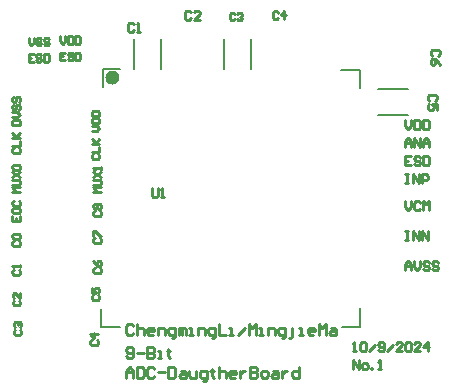
<source format=gto>
G04*
G04 #@! TF.GenerationSoftware,Altium Limited,Altium Designer,22.7.1 (60)*
G04*
G04 Layer_Color=65535*
%FSLAX44Y44*%
%MOMM*%
G71*
G04*
G04 #@! TF.SameCoordinates,A4F2FA5D-D4EF-4288-9AD8-153C25E8CDF2*
G04*
G04*
G04 #@! TF.FilePolarity,Positive*
G04*
G01*
G75*
%ADD10C,1.1430*%
%ADD11C,0.2032*%
%ADD12C,0.2000*%
%ADD13C,0.2540*%
D10*
X92456Y262128D02*
G03*
X92456Y262128I-254J0D01*
G01*
D11*
X83090Y51308D02*
X98774D01*
X83026Y51371D02*
Y66484D01*
X302006Y51308D02*
Y67056D01*
X286829Y51308D02*
X302006D01*
X286258Y268732D02*
X301943D01*
X302006Y253556D02*
Y268668D01*
X84074Y253746D02*
Y269431D01*
X84137Y269494D02*
X99250D01*
D12*
X317619Y252550D02*
X342781D01*
X317619Y230050D02*
X342781D01*
X110670Y269359D02*
Y294521D01*
X133170Y269359D02*
Y294521D01*
X186870Y269359D02*
Y294521D01*
X209370Y269359D02*
Y294521D01*
D13*
X75990Y197272D02*
X74932Y196214D01*
Y194098D01*
X75990Y193040D01*
X80222D01*
X81280Y194098D01*
Y196214D01*
X80222Y197272D01*
X74932Y199388D02*
X81280D01*
Y203620D01*
X74932Y205736D02*
X81280D01*
X79164D01*
X74932Y209968D01*
X78106Y206794D01*
X81280Y209968D01*
X21590Y295651D02*
Y291420D01*
X23706Y289303D01*
X25822Y291420D01*
Y295651D01*
X32170Y294594D02*
X31112Y295651D01*
X28996D01*
X27938Y294594D01*
Y293535D01*
X28996Y292477D01*
X31112D01*
X32170Y291420D01*
Y290361D01*
X31112Y289303D01*
X28996D01*
X27938Y290361D01*
X38518Y294594D02*
X37460Y295651D01*
X35344D01*
X34286Y294594D01*
Y293535D01*
X35344Y292477D01*
X37460D01*
X38518Y291420D01*
Y290361D01*
X37460Y289303D01*
X35344D01*
X34286Y290361D01*
X25822Y281938D02*
X21590D01*
Y275590D01*
X25822D01*
X21590Y278764D02*
X23706D01*
X32170Y280880D02*
X31112Y281938D01*
X28996D01*
X27938Y280880D01*
Y279822D01*
X28996Y278764D01*
X31112D01*
X32170Y277706D01*
Y276648D01*
X31112Y275590D01*
X28996D01*
X27938Y276648D01*
X34286Y281938D02*
Y275590D01*
X37460D01*
X38518Y276648D01*
Y280880D01*
X37460Y281938D01*
X34286D01*
X75990Y77892D02*
X74932Y76834D01*
Y74718D01*
X75990Y73660D01*
X80222D01*
X81280Y74718D01*
Y76834D01*
X80222Y77892D01*
X74932Y84240D02*
Y80008D01*
X78106D01*
X77048Y82124D01*
Y83182D01*
X78106Y84240D01*
X80222D01*
X81280Y83182D01*
Y81066D01*
X80222Y80008D01*
X7622Y145202D02*
Y140970D01*
X13970D01*
Y145202D01*
X10796Y140970D02*
Y143086D01*
X7622Y150492D02*
Y148376D01*
X8680Y147318D01*
X12912D01*
X13970Y148376D01*
Y150492D01*
X12912Y151550D01*
X8680D01*
X7622Y150492D01*
X8680Y157898D02*
X7622Y156840D01*
Y154724D01*
X8680Y153666D01*
X12912D01*
X13970Y154724D01*
Y156840D01*
X12912Y157898D01*
X82550Y165100D02*
X76202D01*
X78318Y167216D01*
X76202Y169332D01*
X82550D01*
X76202Y171448D02*
X81492D01*
X82550Y172506D01*
Y174622D01*
X81492Y175680D01*
X76202D01*
Y177796D02*
X82550Y182028D01*
X76202D02*
X82550Y177796D01*
Y184144D02*
Y186260D01*
Y185202D01*
X76202D01*
X77260Y184144D01*
X340360Y132078D02*
X342899D01*
X341630D01*
Y124460D01*
X340360D01*
X342899D01*
X346708D02*
Y132078D01*
X351786Y124460D01*
Y132078D01*
X354325Y124460D02*
Y132078D01*
X359404Y124460D01*
Y132078D01*
X7622Y222250D02*
X13970D01*
Y225424D01*
X12912Y226482D01*
X8680D01*
X7622Y225424D01*
Y222250D01*
Y228598D02*
X11854D01*
X13970Y230714D01*
X11854Y232830D01*
X7622D01*
X8680Y239178D02*
X7622Y238120D01*
Y236004D01*
X8680Y234946D01*
X9738D01*
X10796Y236004D01*
Y238120D01*
X11854Y239178D01*
X12912D01*
X13970Y238120D01*
Y236004D01*
X12912Y234946D01*
X8680Y245526D02*
X7622Y244468D01*
Y242352D01*
X8680Y241294D01*
X9738D01*
X10796Y242352D01*
Y244468D01*
X11854Y245526D01*
X12912D01*
X13970Y244468D01*
Y242352D01*
X12912Y241294D01*
X77260Y100752D02*
X76202Y99694D01*
Y97578D01*
X77260Y96520D01*
X81492D01*
X82550Y97578D01*
Y99694D01*
X81492Y100752D01*
X76202Y107100D02*
X77260Y104984D01*
X79376Y102868D01*
X81492D01*
X82550Y103926D01*
Y106042D01*
X81492Y107100D01*
X80434D01*
X79376Y106042D01*
Y102868D01*
X340360Y157478D02*
Y152399D01*
X342899Y149860D01*
X345438Y152399D01*
Y157478D01*
X353056Y156208D02*
X351786Y157478D01*
X349247D01*
X347977Y156208D01*
Y151130D01*
X349247Y149860D01*
X351786D01*
X353056Y151130D01*
X355595Y149860D02*
Y157478D01*
X358134Y154938D01*
X360673Y157478D01*
Y149860D01*
X8680Y99482D02*
X7622Y98424D01*
Y96308D01*
X8680Y95250D01*
X12912D01*
X13970Y96308D01*
Y98424D01*
X12912Y99482D01*
X13970Y101598D02*
Y103714D01*
Y102656D01*
X7622D01*
X8680Y101598D01*
X110065Y51932D02*
X108584Y53413D01*
X105621D01*
X104140Y51932D01*
Y46007D01*
X105621Y44526D01*
X108584D01*
X110065Y46007D01*
X113027Y53413D02*
Y44526D01*
Y48969D01*
X114508Y50451D01*
X117471D01*
X118952Y48969D01*
Y44526D01*
X126358D02*
X123395D01*
X121914Y46007D01*
Y48969D01*
X123395Y50451D01*
X126358D01*
X127839Y48969D01*
Y47488D01*
X121914D01*
X130801Y44526D02*
Y50451D01*
X135245D01*
X136726Y48969D01*
Y44526D01*
X142651Y41564D02*
X144132D01*
X145613Y43045D01*
Y50451D01*
X141170D01*
X139689Y48969D01*
Y46007D01*
X141170Y44526D01*
X145613D01*
X148576D02*
Y50451D01*
X150057D01*
X151538Y48969D01*
Y44526D01*
Y48969D01*
X153019Y50451D01*
X154500Y48969D01*
Y44526D01*
X157463D02*
X160425D01*
X158944D01*
Y50451D01*
X157463D01*
X164869Y44526D02*
Y50451D01*
X169312D01*
X170793Y48969D01*
Y44526D01*
X176718Y41564D02*
X178199D01*
X179681Y43045D01*
Y50451D01*
X175237D01*
X173756Y48969D01*
Y46007D01*
X175237Y44526D01*
X179681D01*
X182643Y53413D02*
Y44526D01*
X188568D01*
X191530D02*
X194492D01*
X193011D01*
Y50451D01*
X191530D01*
X198936Y44526D02*
X204861Y50451D01*
X207823Y44526D02*
Y53413D01*
X210786Y50451D01*
X213748Y53413D01*
Y44526D01*
X216710D02*
X219673D01*
X218192D01*
Y50451D01*
X216710D01*
X224116Y44526D02*
Y50451D01*
X228560D01*
X230041Y48969D01*
Y44526D01*
X235966Y41564D02*
X237447D01*
X238928Y43045D01*
Y50451D01*
X234485D01*
X233003Y48969D01*
Y46007D01*
X234485Y44526D01*
X238928D01*
X241891Y41564D02*
X243372D01*
X244853Y43045D01*
Y50451D01*
X250778Y44526D02*
X253740D01*
X252259D01*
Y50451D01*
X250778D01*
X262627Y44526D02*
X259665D01*
X258183Y46007D01*
Y48969D01*
X259665Y50451D01*
X262627D01*
X264108Y48969D01*
Y47488D01*
X258183D01*
X267071Y44526D02*
Y53413D01*
X270033Y50451D01*
X272995Y53413D01*
Y44526D01*
X277439Y50451D02*
X280401D01*
X281882Y48969D01*
Y44526D01*
X277439D01*
X275958Y46007D01*
X277439Y47488D01*
X281882D01*
X104140Y26284D02*
X105621Y24803D01*
X108584D01*
X110065Y26284D01*
Y32209D01*
X108584Y33690D01*
X105621D01*
X104140Y32209D01*
Y30728D01*
X105621Y29246D01*
X110065D01*
X113027D02*
X118952D01*
X121914Y33690D02*
Y24803D01*
X126358D01*
X127839Y26284D01*
Y27765D01*
X126358Y29246D01*
X121914D01*
X126358D01*
X127839Y30728D01*
Y32209D01*
X126358Y33690D01*
X121914D01*
X130801Y24803D02*
X133764D01*
X132283D01*
Y30728D01*
X130801D01*
X139689Y32209D02*
Y30728D01*
X138207D01*
X141170D01*
X139689D01*
Y26284D01*
X141170Y24803D01*
X104140Y8042D02*
Y13967D01*
X107102Y16930D01*
X110065Y13967D01*
Y8042D01*
Y12486D01*
X104140D01*
X113027Y16930D02*
Y8042D01*
X117471D01*
X118952Y9524D01*
Y15448D01*
X117471Y16930D01*
X113027D01*
X127839Y15448D02*
X126358Y16930D01*
X123395D01*
X121914Y15448D01*
Y9524D01*
X123395Y8042D01*
X126358D01*
X127839Y9524D01*
X130801Y12486D02*
X136726D01*
X139689Y16930D02*
Y8042D01*
X144132D01*
X145613Y9524D01*
Y15448D01*
X144132Y16930D01*
X139689D01*
X150057Y13967D02*
X153019D01*
X154500Y12486D01*
Y8042D01*
X150057D01*
X148576Y9524D01*
X150057Y11005D01*
X154500D01*
X157463Y13967D02*
Y9524D01*
X158944Y8042D01*
X163388D01*
Y13967D01*
X169312Y5080D02*
X170793D01*
X172275Y6561D01*
Y13967D01*
X167831D01*
X166350Y12486D01*
Y9524D01*
X167831Y8042D01*
X172275D01*
X176718Y15448D02*
Y13967D01*
X175237D01*
X178199D01*
X176718D01*
Y9524D01*
X178199Y8042D01*
X182643Y16930D02*
Y8042D01*
Y12486D01*
X184124Y13967D01*
X187087D01*
X188568Y12486D01*
Y8042D01*
X195974D02*
X193011D01*
X191530Y9524D01*
Y12486D01*
X193011Y13967D01*
X195974D01*
X197455Y12486D01*
Y11005D01*
X191530D01*
X200417Y13967D02*
Y8042D01*
Y11005D01*
X201898Y12486D01*
X203380Y13967D01*
X204861D01*
X209304Y16930D02*
Y8042D01*
X213748D01*
X215229Y9524D01*
Y11005D01*
X213748Y12486D01*
X209304D01*
X213748D01*
X215229Y13967D01*
Y15448D01*
X213748Y16930D01*
X209304D01*
X219673Y8042D02*
X222635D01*
X224116Y9524D01*
Y12486D01*
X222635Y13967D01*
X219673D01*
X218192Y12486D01*
Y9524D01*
X219673Y8042D01*
X228560Y13967D02*
X231522D01*
X233003Y12486D01*
Y8042D01*
X228560D01*
X227079Y9524D01*
X228560Y11005D01*
X233003D01*
X235966Y13967D02*
Y8042D01*
Y11005D01*
X237447Y12486D01*
X238928Y13967D01*
X240409D01*
X250778Y16930D02*
Y8042D01*
X246334D01*
X244853Y9524D01*
Y12486D01*
X246334Y13967D01*
X250778D01*
X74720Y39792D02*
X73662Y38734D01*
Y36618D01*
X74720Y35560D01*
X78952D01*
X80010Y36618D01*
Y38734D01*
X78952Y39792D01*
X80010Y45082D02*
X73662D01*
X76836Y41908D01*
Y46140D01*
X340360Y99060D02*
Y104138D01*
X342899Y106678D01*
X345438Y104138D01*
Y99060D01*
Y102869D01*
X340360D01*
X347977Y106678D02*
Y101599D01*
X350517Y99060D01*
X353056Y101599D01*
Y106678D01*
X360673Y105408D02*
X359404Y106678D01*
X356865D01*
X355595Y105408D01*
Y104138D01*
X356865Y102869D01*
X359404D01*
X360673Y101599D01*
Y100330D01*
X359404Y99060D01*
X356865D01*
X355595Y100330D01*
X368291Y105408D02*
X367021Y106678D01*
X364482D01*
X363213Y105408D01*
Y104138D01*
X364482Y102869D01*
X367021D01*
X368291Y101599D01*
Y100330D01*
X367021Y99060D01*
X364482D01*
X363213Y100330D01*
X77260Y149012D02*
X76202Y147954D01*
Y145838D01*
X77260Y144780D01*
X81492D01*
X82550Y145838D01*
Y147954D01*
X81492Y149012D01*
X77260Y151128D02*
X76202Y152186D01*
Y154302D01*
X77260Y155360D01*
X78318D01*
X79376Y154302D01*
X80434Y155360D01*
X81492D01*
X82550Y154302D01*
Y152186D01*
X81492Y151128D01*
X80434D01*
X79376Y152186D01*
X78318Y151128D01*
X77260D01*
X79376Y152186D02*
Y154302D01*
X77260Y126152D02*
X76202Y125094D01*
Y122978D01*
X77260Y121920D01*
X81492D01*
X82550Y122978D01*
Y125094D01*
X81492Y126152D01*
X76202Y128268D02*
Y132500D01*
X77260D01*
X81492Y128268D01*
X82550D01*
X13970Y165100D02*
X7622D01*
X9738Y167216D01*
X7622Y169332D01*
X13970D01*
X7622Y171448D02*
X12912D01*
X13970Y172506D01*
Y174622D01*
X12912Y175680D01*
X7622D01*
Y177796D02*
X13970Y182028D01*
X7622D02*
X13970Y177796D01*
X8680Y184144D02*
X7622Y185202D01*
Y187318D01*
X8680Y188376D01*
X12912D01*
X13970Y187318D01*
Y185202D01*
X12912Y184144D01*
X8680D01*
X74932Y217170D02*
X79164D01*
X81280Y219286D01*
X79164Y221402D01*
X74932D01*
Y223518D02*
X81280D01*
Y226692D01*
X80222Y227750D01*
X75990D01*
X74932Y226692D01*
Y223518D01*
Y229866D02*
X81280D01*
Y233040D01*
X80222Y234098D01*
X75990D01*
X74932Y233040D01*
Y229866D01*
X48260Y296922D02*
Y292689D01*
X50376Y290574D01*
X52492Y292689D01*
Y296922D01*
X54608D02*
Y290574D01*
X57782D01*
X58840Y291632D01*
Y295863D01*
X57782Y296922D01*
X54608D01*
X60956D02*
Y290574D01*
X64130D01*
X65188Y291632D01*
Y295863D01*
X64130Y296922D01*
X60956D01*
X52492Y283208D02*
X48260D01*
Y276860D01*
X52492D01*
X48260Y280034D02*
X50376D01*
X58840Y282150D02*
X57782Y283208D01*
X55666D01*
X54608Y282150D01*
Y281092D01*
X55666Y280034D01*
X57782D01*
X58840Y278976D01*
Y277918D01*
X57782Y276860D01*
X55666D01*
X54608Y277918D01*
X60956Y283208D02*
Y276860D01*
X64130D01*
X65188Y277918D01*
Y282150D01*
X64130Y283208D01*
X60956D01*
X9066Y73367D02*
X8008Y72309D01*
Y70193D01*
X9066Y69135D01*
X13298D01*
X14356Y70193D01*
Y72309D01*
X13298Y73367D01*
X14356Y79715D02*
Y75483D01*
X10124Y79715D01*
X9066D01*
X8008Y78657D01*
Y76541D01*
X9066Y75483D01*
X8680Y202352D02*
X7622Y201294D01*
Y199178D01*
X8680Y198120D01*
X12912D01*
X13970Y199178D01*
Y201294D01*
X12912Y202352D01*
X7622Y204468D02*
X13970D01*
Y208700D01*
X7622Y210816D02*
X13970D01*
X11854D01*
X7622Y215048D01*
X10796Y211874D01*
X13970Y215048D01*
X295910Y30477D02*
X298449D01*
X297180D01*
Y38095D01*
X295910Y36825D01*
X302258D02*
X303528Y38095D01*
X306067D01*
X307336Y36825D01*
Y31747D01*
X306067Y30477D01*
X303528D01*
X302258Y31747D01*
Y36825D01*
X309876Y30477D02*
X314954Y35555D01*
X317493Y31747D02*
X318763Y30477D01*
X321302D01*
X322571Y31747D01*
Y36825D01*
X321302Y38095D01*
X318763D01*
X317493Y36825D01*
Y35555D01*
X318763Y34286D01*
X322571D01*
X325111Y30477D02*
X330189Y35555D01*
X337806Y30477D02*
X332728D01*
X337806Y35555D01*
Y36825D01*
X336537Y38095D01*
X333998D01*
X332728Y36825D01*
X340346D02*
X341615Y38095D01*
X344154D01*
X345424Y36825D01*
Y31747D01*
X344154Y30477D01*
X341615D01*
X340346Y31747D01*
Y36825D01*
X353041Y30477D02*
X347963D01*
X353041Y35555D01*
Y36825D01*
X351772Y38095D01*
X349233D01*
X347963Y36825D01*
X359389Y30477D02*
Y38095D01*
X355581Y34286D01*
X360659D01*
X295910Y15240D02*
Y22857D01*
X300988Y15240D01*
Y22857D01*
X304797Y15240D02*
X307336D01*
X308606Y16510D01*
Y19049D01*
X307336Y20318D01*
X304797D01*
X303528Y19049D01*
Y16510D01*
X304797Y15240D01*
X311145D02*
Y16510D01*
X312415D01*
Y15240D01*
X311145D01*
X317493D02*
X320032D01*
X318763D01*
Y22857D01*
X317493Y21588D01*
X340360Y180338D02*
X342899D01*
X341630D01*
Y172720D01*
X340360D01*
X342899D01*
X346708D02*
Y180338D01*
X351786Y172720D01*
Y180338D01*
X354325Y172720D02*
Y180338D01*
X358134D01*
X359404Y179068D01*
Y176529D01*
X358134Y175259D01*
X354325D01*
X340360Y226052D02*
Y220973D01*
X342899Y218434D01*
X345438Y220973D01*
Y226052D01*
X347977D02*
Y218434D01*
X351786D01*
X353056Y219704D01*
Y224782D01*
X351786Y226052D01*
X347977D01*
X355595D02*
Y218434D01*
X359404D01*
X360673Y219704D01*
Y224782D01*
X359404Y226052D01*
X355595D01*
X340360Y203197D02*
Y208275D01*
X342899Y210815D01*
X345438Y208275D01*
Y203197D01*
Y207006D01*
X340360D01*
X347977Y203197D02*
Y210815D01*
X353056Y203197D01*
Y210815D01*
X355595Y203197D02*
Y208275D01*
X358134Y210815D01*
X360673Y208275D01*
Y203197D01*
Y207006D01*
X355595D01*
X345438Y195578D02*
X340360D01*
Y187960D01*
X345438D01*
X340360Y191769D02*
X342899D01*
X353056Y194308D02*
X351786Y195578D01*
X349247D01*
X347977Y194308D01*
Y193038D01*
X349247Y191769D01*
X351786D01*
X353056Y190499D01*
Y189230D01*
X351786Y187960D01*
X349247D01*
X347977Y189230D01*
X355595Y195578D02*
Y187960D01*
X359404D01*
X360673Y189230D01*
Y194308D01*
X359404Y195578D01*
X355595D01*
X9950Y48682D02*
X8892Y47624D01*
Y45508D01*
X9950Y44450D01*
X14182D01*
X15240Y45508D01*
Y47624D01*
X14182Y48682D01*
X9950Y50798D02*
X8892Y51856D01*
Y53972D01*
X9950Y55030D01*
X11008D01*
X12066Y53972D01*
Y52914D01*
Y53972D01*
X13124Y55030D01*
X14182D01*
X15240Y53972D01*
Y51856D01*
X14182Y50798D01*
X8680Y123612D02*
X7622Y122554D01*
Y120438D01*
X8680Y119380D01*
X12912D01*
X13970Y120438D01*
Y122554D01*
X12912Y123612D01*
X8680Y125728D02*
X7622Y126786D01*
Y128902D01*
X8680Y129960D01*
X12912D01*
X13970Y128902D01*
Y126786D01*
X12912Y125728D01*
X8680D01*
X125732Y168401D02*
Y162053D01*
X127001Y160783D01*
X129540D01*
X130810Y162053D01*
Y168401D01*
X133349Y160783D02*
X135888D01*
X134619D01*
Y168401D01*
X133349Y167131D01*
X368299Y280670D02*
X369569Y281939D01*
Y284478D01*
X368299Y285748D01*
X363221D01*
X361951Y284478D01*
Y281939D01*
X363221Y280670D01*
X369569Y273052D02*
X368299Y275591D01*
X365760Y278130D01*
X363221D01*
X361951Y276861D01*
Y274322D01*
X363221Y273052D01*
X364490D01*
X365760Y274322D01*
Y278130D01*
X365759Y242570D02*
X367029Y243839D01*
Y246378D01*
X365759Y247648D01*
X360681D01*
X359411Y246378D01*
Y243839D01*
X360681Y242570D01*
X367029Y234952D02*
Y240030D01*
X363220D01*
X364490Y237491D01*
Y236222D01*
X363220Y234952D01*
X360681D01*
X359411Y236222D01*
Y238761D01*
X360681Y240030D01*
X232622Y317076D02*
X231564Y318134D01*
X229448D01*
X228390Y317076D01*
Y312844D01*
X229448Y311786D01*
X231564D01*
X232622Y312844D01*
X237912Y311786D02*
Y318134D01*
X234738Y314960D01*
X238970D01*
X195792Y315806D02*
X194734Y316864D01*
X192618D01*
X191560Y315806D01*
Y311574D01*
X192618Y310516D01*
X194734D01*
X195792Y311574D01*
X197908Y315806D02*
X198966Y316864D01*
X201082D01*
X202140Y315806D01*
Y314748D01*
X201082Y313690D01*
X200024D01*
X201082D01*
X202140Y312632D01*
Y311574D01*
X201082Y310516D01*
X198966D01*
X197908Y311574D01*
X158750Y317499D02*
X157481Y318769D01*
X154942D01*
X153672Y317499D01*
Y312421D01*
X154942Y311151D01*
X157481D01*
X158750Y312421D01*
X166368Y311151D02*
X161290D01*
X166368Y316230D01*
Y317499D01*
X165098Y318769D01*
X162559D01*
X161290Y317499D01*
X110490Y307339D02*
X109220Y308609D01*
X106681D01*
X105412Y307339D01*
Y302261D01*
X106681Y300991D01*
X109220D01*
X110490Y302261D01*
X113029Y300991D02*
X115568D01*
X114299D01*
Y308609D01*
X113029Y307339D01*
M02*

</source>
